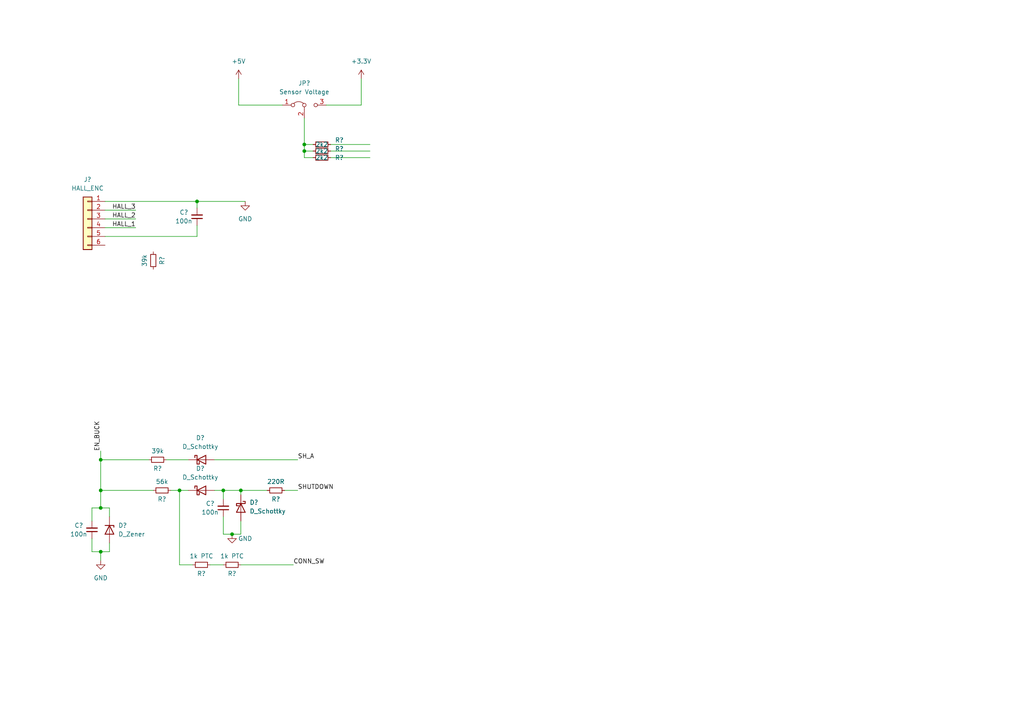
<source format=kicad_sch>
(kicad_sch (version 20211123) (generator eeschema)

  (uuid dd38ec4f-50ac-4e5a-9436-c94e23afec43)

  (paper "A4")

  (title_block
    (title "SBS_V1.0")
    (date "2022-08-02")
    (rev "1A")
  )

  (lib_symbols
    (symbol "Connector_Generic:Conn_01x06" (pin_names (offset 1.016) hide) (in_bom yes) (on_board yes)
      (property "Reference" "J" (id 0) (at 0 7.62 0)
        (effects (font (size 1.27 1.27)))
      )
      (property "Value" "Conn_01x06" (id 1) (at 0 -10.16 0)
        (effects (font (size 1.27 1.27)))
      )
      (property "Footprint" "" (id 2) (at 0 0 0)
        (effects (font (size 1.27 1.27)) hide)
      )
      (property "Datasheet" "~" (id 3) (at 0 0 0)
        (effects (font (size 1.27 1.27)) hide)
      )
      (property "ki_keywords" "connector" (id 4) (at 0 0 0)
        (effects (font (size 1.27 1.27)) hide)
      )
      (property "ki_description" "Generic connector, single row, 01x06, script generated (kicad-library-utils/schlib/autogen/connector/)" (id 5) (at 0 0 0)
        (effects (font (size 1.27 1.27)) hide)
      )
      (property "ki_fp_filters" "Connector*:*_1x??_*" (id 6) (at 0 0 0)
        (effects (font (size 1.27 1.27)) hide)
      )
      (symbol "Conn_01x06_1_1"
        (rectangle (start -1.27 -7.493) (end 0 -7.747)
          (stroke (width 0.1524) (type default) (color 0 0 0 0))
          (fill (type none))
        )
        (rectangle (start -1.27 -4.953) (end 0 -5.207)
          (stroke (width 0.1524) (type default) (color 0 0 0 0))
          (fill (type none))
        )
        (rectangle (start -1.27 -2.413) (end 0 -2.667)
          (stroke (width 0.1524) (type default) (color 0 0 0 0))
          (fill (type none))
        )
        (rectangle (start -1.27 0.127) (end 0 -0.127)
          (stroke (width 0.1524) (type default) (color 0 0 0 0))
          (fill (type none))
        )
        (rectangle (start -1.27 2.667) (end 0 2.413)
          (stroke (width 0.1524) (type default) (color 0 0 0 0))
          (fill (type none))
        )
        (rectangle (start -1.27 5.207) (end 0 4.953)
          (stroke (width 0.1524) (type default) (color 0 0 0 0))
          (fill (type none))
        )
        (rectangle (start -1.27 6.35) (end 1.27 -8.89)
          (stroke (width 0.254) (type default) (color 0 0 0 0))
          (fill (type background))
        )
        (pin passive line (at -5.08 5.08 0) (length 3.81)
          (name "Pin_1" (effects (font (size 1.27 1.27))))
          (number "1" (effects (font (size 1.27 1.27))))
        )
        (pin passive line (at -5.08 2.54 0) (length 3.81)
          (name "Pin_2" (effects (font (size 1.27 1.27))))
          (number "2" (effects (font (size 1.27 1.27))))
        )
        (pin passive line (at -5.08 0 0) (length 3.81)
          (name "Pin_3" (effects (font (size 1.27 1.27))))
          (number "3" (effects (font (size 1.27 1.27))))
        )
        (pin passive line (at -5.08 -2.54 0) (length 3.81)
          (name "Pin_4" (effects (font (size 1.27 1.27))))
          (number "4" (effects (font (size 1.27 1.27))))
        )
        (pin passive line (at -5.08 -5.08 0) (length 3.81)
          (name "Pin_5" (effects (font (size 1.27 1.27))))
          (number "5" (effects (font (size 1.27 1.27))))
        )
        (pin passive line (at -5.08 -7.62 0) (length 3.81)
          (name "Pin_6" (effects (font (size 1.27 1.27))))
          (number "6" (effects (font (size 1.27 1.27))))
        )
      )
    )
    (symbol "Device:C_Small" (pin_numbers hide) (pin_names (offset 0.254) hide) (in_bom yes) (on_board yes)
      (property "Reference" "C" (id 0) (at 0.254 1.778 0)
        (effects (font (size 1.27 1.27)) (justify left))
      )
      (property "Value" "C_Small" (id 1) (at 0.254 -2.032 0)
        (effects (font (size 1.27 1.27)) (justify left))
      )
      (property "Footprint" "" (id 2) (at 0 0 0)
        (effects (font (size 1.27 1.27)) hide)
      )
      (property "Datasheet" "~" (id 3) (at 0 0 0)
        (effects (font (size 1.27 1.27)) hide)
      )
      (property "ki_keywords" "capacitor cap" (id 4) (at 0 0 0)
        (effects (font (size 1.27 1.27)) hide)
      )
      (property "ki_description" "Unpolarized capacitor, small symbol" (id 5) (at 0 0 0)
        (effects (font (size 1.27 1.27)) hide)
      )
      (property "ki_fp_filters" "C_*" (id 6) (at 0 0 0)
        (effects (font (size 1.27 1.27)) hide)
      )
      (symbol "C_Small_0_1"
        (polyline
          (pts
            (xy -1.524 -0.508)
            (xy 1.524 -0.508)
          )
          (stroke (width 0.3302) (type default) (color 0 0 0 0))
          (fill (type none))
        )
        (polyline
          (pts
            (xy -1.524 0.508)
            (xy 1.524 0.508)
          )
          (stroke (width 0.3048) (type default) (color 0 0 0 0))
          (fill (type none))
        )
      )
      (symbol "C_Small_1_1"
        (pin passive line (at 0 2.54 270) (length 2.032)
          (name "~" (effects (font (size 1.27 1.27))))
          (number "1" (effects (font (size 1.27 1.27))))
        )
        (pin passive line (at 0 -2.54 90) (length 2.032)
          (name "~" (effects (font (size 1.27 1.27))))
          (number "2" (effects (font (size 1.27 1.27))))
        )
      )
    )
    (symbol "Device:D_Schottky" (pin_numbers hide) (pin_names (offset 1.016) hide) (in_bom yes) (on_board yes)
      (property "Reference" "D" (id 0) (at 0 2.54 0)
        (effects (font (size 1.27 1.27)))
      )
      (property "Value" "D_Schottky" (id 1) (at 0 -2.54 0)
        (effects (font (size 1.27 1.27)))
      )
      (property "Footprint" "" (id 2) (at 0 0 0)
        (effects (font (size 1.27 1.27)) hide)
      )
      (property "Datasheet" "~" (id 3) (at 0 0 0)
        (effects (font (size 1.27 1.27)) hide)
      )
      (property "ki_keywords" "diode Schottky" (id 4) (at 0 0 0)
        (effects (font (size 1.27 1.27)) hide)
      )
      (property "ki_description" "Schottky diode" (id 5) (at 0 0 0)
        (effects (font (size 1.27 1.27)) hide)
      )
      (property "ki_fp_filters" "TO-???* *_Diode_* *SingleDiode* D_*" (id 6) (at 0 0 0)
        (effects (font (size 1.27 1.27)) hide)
      )
      (symbol "D_Schottky_0_1"
        (polyline
          (pts
            (xy 1.27 0)
            (xy -1.27 0)
          )
          (stroke (width 0) (type default) (color 0 0 0 0))
          (fill (type none))
        )
        (polyline
          (pts
            (xy 1.27 1.27)
            (xy 1.27 -1.27)
            (xy -1.27 0)
            (xy 1.27 1.27)
          )
          (stroke (width 0.254) (type default) (color 0 0 0 0))
          (fill (type none))
        )
        (polyline
          (pts
            (xy -1.905 0.635)
            (xy -1.905 1.27)
            (xy -1.27 1.27)
            (xy -1.27 -1.27)
            (xy -0.635 -1.27)
            (xy -0.635 -0.635)
          )
          (stroke (width 0.254) (type default) (color 0 0 0 0))
          (fill (type none))
        )
      )
      (symbol "D_Schottky_1_1"
        (pin passive line (at -3.81 0 0) (length 2.54)
          (name "K" (effects (font (size 1.27 1.27))))
          (number "1" (effects (font (size 1.27 1.27))))
        )
        (pin passive line (at 3.81 0 180) (length 2.54)
          (name "A" (effects (font (size 1.27 1.27))))
          (number "2" (effects (font (size 1.27 1.27))))
        )
      )
    )
    (symbol "Device:D_Zener" (pin_numbers hide) (pin_names (offset 1.016) hide) (in_bom yes) (on_board yes)
      (property "Reference" "D" (id 0) (at 0 2.54 0)
        (effects (font (size 1.27 1.27)))
      )
      (property "Value" "D_Zener" (id 1) (at 0 -2.54 0)
        (effects (font (size 1.27 1.27)))
      )
      (property "Footprint" "" (id 2) (at 0 0 0)
        (effects (font (size 1.27 1.27)) hide)
      )
      (property "Datasheet" "~" (id 3) (at 0 0 0)
        (effects (font (size 1.27 1.27)) hide)
      )
      (property "ki_keywords" "diode" (id 4) (at 0 0 0)
        (effects (font (size 1.27 1.27)) hide)
      )
      (property "ki_description" "Zener diode" (id 5) (at 0 0 0)
        (effects (font (size 1.27 1.27)) hide)
      )
      (property "ki_fp_filters" "TO-???* *_Diode_* *SingleDiode* D_*" (id 6) (at 0 0 0)
        (effects (font (size 1.27 1.27)) hide)
      )
      (symbol "D_Zener_0_1"
        (polyline
          (pts
            (xy 1.27 0)
            (xy -1.27 0)
          )
          (stroke (width 0) (type default) (color 0 0 0 0))
          (fill (type none))
        )
        (polyline
          (pts
            (xy -1.27 -1.27)
            (xy -1.27 1.27)
            (xy -0.762 1.27)
          )
          (stroke (width 0.254) (type default) (color 0 0 0 0))
          (fill (type none))
        )
        (polyline
          (pts
            (xy 1.27 -1.27)
            (xy 1.27 1.27)
            (xy -1.27 0)
            (xy 1.27 -1.27)
          )
          (stroke (width 0.254) (type default) (color 0 0 0 0))
          (fill (type none))
        )
      )
      (symbol "D_Zener_1_1"
        (pin passive line (at -3.81 0 0) (length 2.54)
          (name "K" (effects (font (size 1.27 1.27))))
          (number "1" (effects (font (size 1.27 1.27))))
        )
        (pin passive line (at 3.81 0 180) (length 2.54)
          (name "A" (effects (font (size 1.27 1.27))))
          (number "2" (effects (font (size 1.27 1.27))))
        )
      )
    )
    (symbol "Device:R_Small" (pin_numbers hide) (pin_names (offset 0.254) hide) (in_bom yes) (on_board yes)
      (property "Reference" "R" (id 0) (at 0.762 0.508 0)
        (effects (font (size 1.27 1.27)) (justify left))
      )
      (property "Value" "R_Small" (id 1) (at 0.762 -1.016 0)
        (effects (font (size 1.27 1.27)) (justify left))
      )
      (property "Footprint" "" (id 2) (at 0 0 0)
        (effects (font (size 1.27 1.27)) hide)
      )
      (property "Datasheet" "~" (id 3) (at 0 0 0)
        (effects (font (size 1.27 1.27)) hide)
      )
      (property "ki_keywords" "R resistor" (id 4) (at 0 0 0)
        (effects (font (size 1.27 1.27)) hide)
      )
      (property "ki_description" "Resistor, small symbol" (id 5) (at 0 0 0)
        (effects (font (size 1.27 1.27)) hide)
      )
      (property "ki_fp_filters" "R_*" (id 6) (at 0 0 0)
        (effects (font (size 1.27 1.27)) hide)
      )
      (symbol "R_Small_0_1"
        (rectangle (start -0.762 1.778) (end 0.762 -1.778)
          (stroke (width 0.2032) (type default) (color 0 0 0 0))
          (fill (type none))
        )
      )
      (symbol "R_Small_1_1"
        (pin passive line (at 0 2.54 270) (length 0.762)
          (name "~" (effects (font (size 1.27 1.27))))
          (number "1" (effects (font (size 1.27 1.27))))
        )
        (pin passive line (at 0 -2.54 90) (length 0.762)
          (name "~" (effects (font (size 1.27 1.27))))
          (number "2" (effects (font (size 1.27 1.27))))
        )
      )
    )
    (symbol "Jumper:Jumper_3_Bridged12" (pin_names (offset 0) hide) (in_bom yes) (on_board yes)
      (property "Reference" "JP" (id 0) (at -2.54 -2.54 0)
        (effects (font (size 1.27 1.27)))
      )
      (property "Value" "Jumper_3_Bridged12" (id 1) (at 0 2.794 0)
        (effects (font (size 1.27 1.27)))
      )
      (property "Footprint" "" (id 2) (at 0 0 0)
        (effects (font (size 1.27 1.27)) hide)
      )
      (property "Datasheet" "~" (id 3) (at 0 0 0)
        (effects (font (size 1.27 1.27)) hide)
      )
      (property "ki_keywords" "Jumper SPDT" (id 4) (at 0 0 0)
        (effects (font (size 1.27 1.27)) hide)
      )
      (property "ki_description" "Jumper, 3-pole, pins 1+2 closed/bridged" (id 5) (at 0 0 0)
        (effects (font (size 1.27 1.27)) hide)
      )
      (property "ki_fp_filters" "Jumper* TestPoint*3Pads* TestPoint*Bridge*" (id 6) (at 0 0 0)
        (effects (font (size 1.27 1.27)) hide)
      )
      (symbol "Jumper_3_Bridged12_0_0"
        (circle (center -3.302 0) (radius 0.508)
          (stroke (width 0) (type default) (color 0 0 0 0))
          (fill (type none))
        )
        (circle (center 0 0) (radius 0.508)
          (stroke (width 0) (type default) (color 0 0 0 0))
          (fill (type none))
        )
        (circle (center 3.302 0) (radius 0.508)
          (stroke (width 0) (type default) (color 0 0 0 0))
          (fill (type none))
        )
      )
      (symbol "Jumper_3_Bridged12_0_1"
        (arc (start -0.254 0.508) (mid -1.651 0.9912) (end -3.048 0.508)
          (stroke (width 0) (type default) (color 0 0 0 0))
          (fill (type none))
        )
        (polyline
          (pts
            (xy 0 -1.27)
            (xy 0 -0.508)
          )
          (stroke (width 0) (type default) (color 0 0 0 0))
          (fill (type none))
        )
      )
      (symbol "Jumper_3_Bridged12_1_1"
        (pin passive line (at -6.35 0 0) (length 2.54)
          (name "A" (effects (font (size 1.27 1.27))))
          (number "1" (effects (font (size 1.27 1.27))))
        )
        (pin passive line (at 0 -3.81 90) (length 2.54)
          (name "C" (effects (font (size 1.27 1.27))))
          (number "2" (effects (font (size 1.27 1.27))))
        )
        (pin passive line (at 6.35 0 180) (length 2.54)
          (name "B" (effects (font (size 1.27 1.27))))
          (number "3" (effects (font (size 1.27 1.27))))
        )
      )
    )
    (symbol "power:+3.3V" (power) (pin_names (offset 0)) (in_bom yes) (on_board yes)
      (property "Reference" "#PWR" (id 0) (at 0 -3.81 0)
        (effects (font (size 1.27 1.27)) hide)
      )
      (property "Value" "+3.3V" (id 1) (at 0 3.556 0)
        (effects (font (size 1.27 1.27)))
      )
      (property "Footprint" "" (id 2) (at 0 0 0)
        (effects (font (size 1.27 1.27)) hide)
      )
      (property "Datasheet" "" (id 3) (at 0 0 0)
        (effects (font (size 1.27 1.27)) hide)
      )
      (property "ki_keywords" "power-flag" (id 4) (at 0 0 0)
        (effects (font (size 1.27 1.27)) hide)
      )
      (property "ki_description" "Power symbol creates a global label with name \"+3.3V\"" (id 5) (at 0 0 0)
        (effects (font (size 1.27 1.27)) hide)
      )
      (symbol "+3.3V_0_1"
        (polyline
          (pts
            (xy -0.762 1.27)
            (xy 0 2.54)
          )
          (stroke (width 0) (type default) (color 0 0 0 0))
          (fill (type none))
        )
        (polyline
          (pts
            (xy 0 0)
            (xy 0 2.54)
          )
          (stroke (width 0) (type default) (color 0 0 0 0))
          (fill (type none))
        )
        (polyline
          (pts
            (xy 0 2.54)
            (xy 0.762 1.27)
          )
          (stroke (width 0) (type default) (color 0 0 0 0))
          (fill (type none))
        )
      )
      (symbol "+3.3V_1_1"
        (pin power_in line (at 0 0 90) (length 0) hide
          (name "+3.3V" (effects (font (size 1.27 1.27))))
          (number "1" (effects (font (size 1.27 1.27))))
        )
      )
    )
    (symbol "power:+5V" (power) (pin_names (offset 0)) (in_bom yes) (on_board yes)
      (property "Reference" "#PWR" (id 0) (at 0 -3.81 0)
        (effects (font (size 1.27 1.27)) hide)
      )
      (property "Value" "+5V" (id 1) (at 0 3.556 0)
        (effects (font (size 1.27 1.27)))
      )
      (property "Footprint" "" (id 2) (at 0 0 0)
        (effects (font (size 1.27 1.27)) hide)
      )
      (property "Datasheet" "" (id 3) (at 0 0 0)
        (effects (font (size 1.27 1.27)) hide)
      )
      (property "ki_keywords" "power-flag" (id 4) (at 0 0 0)
        (effects (font (size 1.27 1.27)) hide)
      )
      (property "ki_description" "Power symbol creates a global label with name \"+5V\"" (id 5) (at 0 0 0)
        (effects (font (size 1.27 1.27)) hide)
      )
      (symbol "+5V_0_1"
        (polyline
          (pts
            (xy -0.762 1.27)
            (xy 0 2.54)
          )
          (stroke (width 0) (type default) (color 0 0 0 0))
          (fill (type none))
        )
        (polyline
          (pts
            (xy 0 0)
            (xy 0 2.54)
          )
          (stroke (width 0) (type default) (color 0 0 0 0))
          (fill (type none))
        )
        (polyline
          (pts
            (xy 0 2.54)
            (xy 0.762 1.27)
          )
          (stroke (width 0) (type default) (color 0 0 0 0))
          (fill (type none))
        )
      )
      (symbol "+5V_1_1"
        (pin power_in line (at 0 0 90) (length 0) hide
          (name "+5V" (effects (font (size 1.27 1.27))))
          (number "1" (effects (font (size 1.27 1.27))))
        )
      )
    )
    (symbol "power:GND" (power) (pin_names (offset 0)) (in_bom yes) (on_board yes)
      (property "Reference" "#PWR" (id 0) (at 0 -6.35 0)
        (effects (font (size 1.27 1.27)) hide)
      )
      (property "Value" "GND" (id 1) (at 0 -3.81 0)
        (effects (font (size 1.27 1.27)))
      )
      (property "Footprint" "" (id 2) (at 0 0 0)
        (effects (font (size 1.27 1.27)) hide)
      )
      (property "Datasheet" "" (id 3) (at 0 0 0)
        (effects (font (size 1.27 1.27)) hide)
      )
      (property "ki_keywords" "power-flag" (id 4) (at 0 0 0)
        (effects (font (size 1.27 1.27)) hide)
      )
      (property "ki_description" "Power symbol creates a global label with name \"GND\" , ground" (id 5) (at 0 0 0)
        (effects (font (size 1.27 1.27)) hide)
      )
      (symbol "GND_0_1"
        (polyline
          (pts
            (xy 0 0)
            (xy 0 -1.27)
            (xy 1.27 -1.27)
            (xy 0 -2.54)
            (xy -1.27 -1.27)
            (xy 0 -1.27)
          )
          (stroke (width 0) (type default) (color 0 0 0 0))
          (fill (type none))
        )
      )
      (symbol "GND_1_1"
        (pin power_in line (at 0 0 270) (length 0) hide
          (name "GND" (effects (font (size 1.27 1.27))))
          (number "1" (effects (font (size 1.27 1.27))))
        )
      )
    )
  )

  (junction (at 67.31 154.94) (diameter 0) (color 0 0 0 0)
    (uuid 0e80a506-7258-4c20-a63a-30f248a22a8b)
  )
  (junction (at 88.265 41.91) (diameter 0) (color 0 0 0 0)
    (uuid 1fbd3938-a6a1-45a5-b4ca-485f2d12f137)
  )
  (junction (at 29.21 160.02) (diameter 0) (color 0 0 0 0)
    (uuid 519ea2e6-cb9e-4287-9759-bf6b6333c028)
  )
  (junction (at 52.07 142.24) (diameter 0) (color 0 0 0 0)
    (uuid 9ce50f55-9f52-4fc9-b708-9bdda9708d0c)
  )
  (junction (at 88.265 43.815) (diameter 0) (color 0 0 0 0)
    (uuid ab961a03-040a-40aa-8de0-2698383733b4)
  )
  (junction (at 69.85 142.24) (diameter 0) (color 0 0 0 0)
    (uuid acbfc896-e328-4eb2-948a-00e4b6c42f8a)
  )
  (junction (at 64.77 142.24) (diameter 0) (color 0 0 0 0)
    (uuid b43e34e3-72a0-4ebd-b40a-9bc487b919f6)
  )
  (junction (at 57.15 58.42) (diameter 0) (color 0 0 0 0)
    (uuid c72d0101-4cb0-491a-9e24-5eb967c64fa5)
  )
  (junction (at 29.21 142.24) (diameter 0) (color 0 0 0 0)
    (uuid d35ffe67-257c-45a0-919b-3ac6ccea5e4a)
  )
  (junction (at 29.21 147.32) (diameter 0) (color 0 0 0 0)
    (uuid e189921c-ae18-4cc5-bd43-5b57d2a0436f)
  )
  (junction (at 29.21 133.35) (diameter 0) (color 0 0 0 0)
    (uuid f8fa3f25-f588-4b69-b8bc-3b2076674b2e)
  )

  (wire (pts (xy 67.31 154.94) (xy 69.85 154.94))
    (stroke (width 0) (type default) (color 0 0 0 0))
    (uuid 00fc1b8c-91d4-4b95-860b-e5e8a6a6f27f)
  )
  (wire (pts (xy 62.23 142.24) (xy 64.77 142.24))
    (stroke (width 0) (type default) (color 0 0 0 0))
    (uuid 0a80bd8e-9e7f-45ed-9e15-95b067719dbf)
  )
  (wire (pts (xy 26.67 160.02) (xy 29.21 160.02))
    (stroke (width 0) (type default) (color 0 0 0 0))
    (uuid 12310f60-4b62-4021-b1bf-1d7e86c18bdb)
  )
  (wire (pts (xy 30.48 66.04) (xy 39.37 66.04))
    (stroke (width 0) (type default) (color 0 0 0 0))
    (uuid 1c23f20f-0356-4dfc-b556-d8766508b42f)
  )
  (wire (pts (xy 62.23 133.35) (xy 86.36 133.35))
    (stroke (width 0) (type default) (color 0 0 0 0))
    (uuid 28c7b401-4dd3-4138-a2ea-0b3383ce3fc8)
  )
  (wire (pts (xy 31.75 147.32) (xy 31.75 149.86))
    (stroke (width 0) (type default) (color 0 0 0 0))
    (uuid 29db0f4b-0683-4c30-94d8-4bad83143a61)
  )
  (wire (pts (xy 57.15 60.325) (xy 57.15 58.42))
    (stroke (width 0) (type default) (color 0 0 0 0))
    (uuid 2b8a92d7-c9b2-42e5-ab83-ffa0aee9dc5f)
  )
  (wire (pts (xy 29.21 142.24) (xy 44.45 142.24))
    (stroke (width 0) (type default) (color 0 0 0 0))
    (uuid 2c3547e5-6518-4303-a654-e2d05dc895c2)
  )
  (wire (pts (xy 31.75 157.48) (xy 31.75 160.02))
    (stroke (width 0) (type default) (color 0 0 0 0))
    (uuid 31b3bf3b-7202-4c91-9794-5b031f666fea)
  )
  (wire (pts (xy 95.885 43.815) (xy 107.315 43.815))
    (stroke (width 0) (type default) (color 0 0 0 0))
    (uuid 44ca4683-fc8f-4a03-8126-e7779ea8dc67)
  )
  (wire (pts (xy 67.31 154.94) (xy 64.77 154.94))
    (stroke (width 0) (type default) (color 0 0 0 0))
    (uuid 452699df-a11c-436d-9f1f-9cc94eb012bf)
  )
  (wire (pts (xy 104.775 22.86) (xy 104.775 30.48))
    (stroke (width 0) (type default) (color 0 0 0 0))
    (uuid 46918979-8f51-47c5-ac03-4afb361969ce)
  )
  (wire (pts (xy 52.07 163.83) (xy 55.88 163.83))
    (stroke (width 0) (type default) (color 0 0 0 0))
    (uuid 49892290-d1c3-44b9-a399-c74486209b56)
  )
  (wire (pts (xy 30.48 58.42) (xy 57.15 58.42))
    (stroke (width 0) (type default) (color 0 0 0 0))
    (uuid 4e9db788-c7f2-4fee-a148-06db30472273)
  )
  (wire (pts (xy 90.805 43.815) (xy 88.265 43.815))
    (stroke (width 0) (type default) (color 0 0 0 0))
    (uuid 57389ab0-25bf-4500-92d9-89ee34a0373e)
  )
  (wire (pts (xy 69.215 22.86) (xy 69.215 30.48))
    (stroke (width 0) (type default) (color 0 0 0 0))
    (uuid 586707ff-12b1-479c-bf75-d9ecd3f0ce49)
  )
  (wire (pts (xy 30.48 60.96) (xy 39.37 60.96))
    (stroke (width 0) (type default) (color 0 0 0 0))
    (uuid 5ce7fd2a-5e89-4276-a7d8-f74469bbf745)
  )
  (wire (pts (xy 29.21 142.24) (xy 29.21 147.32))
    (stroke (width 0) (type default) (color 0 0 0 0))
    (uuid 5e3d407b-ddb4-412b-b502-354769f084e4)
  )
  (wire (pts (xy 95.885 41.91) (xy 107.315 41.91))
    (stroke (width 0) (type default) (color 0 0 0 0))
    (uuid 5e9baee0-9d6e-44b8-9b82-1913085b0dc8)
  )
  (wire (pts (xy 88.265 34.29) (xy 88.265 41.91))
    (stroke (width 0) (type default) (color 0 0 0 0))
    (uuid 5ee187ed-3965-443e-90f5-6b6b2ea11431)
  )
  (wire (pts (xy 29.21 160.02) (xy 31.75 160.02))
    (stroke (width 0) (type default) (color 0 0 0 0))
    (uuid 6413855a-6755-4843-a3a7-d95199ecc40a)
  )
  (wire (pts (xy 26.67 151.13) (xy 26.67 147.32))
    (stroke (width 0) (type default) (color 0 0 0 0))
    (uuid 6730754b-7349-4836-b1d1-3edf9362ab37)
  )
  (wire (pts (xy 29.21 160.02) (xy 29.21 162.56))
    (stroke (width 0) (type default) (color 0 0 0 0))
    (uuid 774d111a-3e89-4264-84f8-8a9353440f0f)
  )
  (wire (pts (xy 60.96 163.83) (xy 64.77 163.83))
    (stroke (width 0) (type default) (color 0 0 0 0))
    (uuid 798add18-7772-4912-9c25-24c6c4a3eb72)
  )
  (wire (pts (xy 69.85 142.24) (xy 77.47 142.24))
    (stroke (width 0) (type default) (color 0 0 0 0))
    (uuid 7f78f1ca-a148-49c2-b2b7-76c984b0d292)
  )
  (wire (pts (xy 64.77 142.24) (xy 64.77 144.78))
    (stroke (width 0) (type default) (color 0 0 0 0))
    (uuid 89d599eb-4ced-40cb-bc65-a53bc18f8d00)
  )
  (wire (pts (xy 81.915 30.48) (xy 69.215 30.48))
    (stroke (width 0) (type default) (color 0 0 0 0))
    (uuid 8a5d3996-9020-400f-8960-3d7de39fcb20)
  )
  (wire (pts (xy 88.265 45.72) (xy 88.265 43.815))
    (stroke (width 0) (type default) (color 0 0 0 0))
    (uuid 8bc97a4f-5c37-4d60-93a3-02c8a0ccc13b)
  )
  (wire (pts (xy 71.12 58.42) (xy 57.15 58.42))
    (stroke (width 0) (type default) (color 0 0 0 0))
    (uuid 8e8acfc3-c69b-47ab-9b5f-da0e978d96d4)
  )
  (wire (pts (xy 94.615 30.48) (xy 104.775 30.48))
    (stroke (width 0) (type default) (color 0 0 0 0))
    (uuid 942b1f00-8537-4646-960a-1a981f4b9e86)
  )
  (wire (pts (xy 82.55 142.24) (xy 86.36 142.24))
    (stroke (width 0) (type default) (color 0 0 0 0))
    (uuid 9b0ca818-1a7d-4701-b0e9-7a3bfd43f7de)
  )
  (wire (pts (xy 64.77 154.94) (xy 64.77 149.86))
    (stroke (width 0) (type default) (color 0 0 0 0))
    (uuid 9d1fd80c-756b-4b4c-bca2-1080ea8bd2a0)
  )
  (wire (pts (xy 64.77 142.24) (xy 69.85 142.24))
    (stroke (width 0) (type default) (color 0 0 0 0))
    (uuid 9dcce089-0727-4135-998f-2bf447200617)
  )
  (wire (pts (xy 52.07 142.24) (xy 54.61 142.24))
    (stroke (width 0) (type default) (color 0 0 0 0))
    (uuid a02b30d4-6858-4e5a-a6a4-57c8646dee3a)
  )
  (wire (pts (xy 29.21 133.35) (xy 29.21 142.24))
    (stroke (width 0) (type default) (color 0 0 0 0))
    (uuid a21d2e3e-3e64-49f5-9a3d-76081e988946)
  )
  (wire (pts (xy 95.885 45.72) (xy 107.315 45.72))
    (stroke (width 0) (type default) (color 0 0 0 0))
    (uuid a77e348c-aa1b-4310-a24d-b8f1bd839cfd)
  )
  (wire (pts (xy 30.48 63.5) (xy 39.37 63.5))
    (stroke (width 0) (type default) (color 0 0 0 0))
    (uuid b39704df-c7b8-42f7-ab2c-b4898d7d77aa)
  )
  (wire (pts (xy 48.26 133.35) (xy 54.61 133.35))
    (stroke (width 0) (type default) (color 0 0 0 0))
    (uuid b7090f9c-d946-4ceb-84c5-1d2e192ad164)
  )
  (wire (pts (xy 26.67 147.32) (xy 29.21 147.32))
    (stroke (width 0) (type default) (color 0 0 0 0))
    (uuid c1a51b39-1f07-4b41-8d28-e89cb74fab20)
  )
  (wire (pts (xy 69.85 151.13) (xy 69.85 154.94))
    (stroke (width 0) (type default) (color 0 0 0 0))
    (uuid c9f0f0fb-4b46-4c80-9f7d-cc1586980846)
  )
  (wire (pts (xy 26.67 156.21) (xy 26.67 160.02))
    (stroke (width 0) (type default) (color 0 0 0 0))
    (uuid cc90ecf6-23eb-471c-92dd-883ecb44fe06)
  )
  (wire (pts (xy 29.21 130.81) (xy 29.21 133.35))
    (stroke (width 0) (type default) (color 0 0 0 0))
    (uuid ce3e55b3-4b95-446f-aa6d-dcd1eedee4f2)
  )
  (wire (pts (xy 88.265 43.815) (xy 88.265 41.91))
    (stroke (width 0) (type default) (color 0 0 0 0))
    (uuid ddf1cac5-5b72-40bd-bccd-23d797620ccd)
  )
  (wire (pts (xy 52.07 142.24) (xy 52.07 163.83))
    (stroke (width 0) (type default) (color 0 0 0 0))
    (uuid ddf1de51-9c97-47b7-868d-dba7cdf0a9b1)
  )
  (wire (pts (xy 88.265 41.91) (xy 90.805 41.91))
    (stroke (width 0) (type default) (color 0 0 0 0))
    (uuid ef780b63-0c01-4f8c-bf16-3c725a7bb16f)
  )
  (wire (pts (xy 30.48 68.58) (xy 57.15 68.58))
    (stroke (width 0) (type default) (color 0 0 0 0))
    (uuid efcda4a2-9385-4a0b-b747-15cc61d2b789)
  )
  (wire (pts (xy 69.85 163.83) (xy 85.09 163.83))
    (stroke (width 0) (type default) (color 0 0 0 0))
    (uuid f05fff5b-633b-48e5-bbd7-5358c59ae825)
  )
  (wire (pts (xy 57.15 68.58) (xy 57.15 65.405))
    (stroke (width 0) (type default) (color 0 0 0 0))
    (uuid f4d49ad9-0daa-4d69-9047-4ef859b6eca8)
  )
  (wire (pts (xy 90.805 45.72) (xy 88.265 45.72))
    (stroke (width 0) (type default) (color 0 0 0 0))
    (uuid f50235f3-1818-4f36-b12a-cfe50123256c)
  )
  (wire (pts (xy 29.21 133.35) (xy 43.18 133.35))
    (stroke (width 0) (type default) (color 0 0 0 0))
    (uuid f85c7306-c570-46c7-8281-8bbc4988eb95)
  )
  (wire (pts (xy 29.21 147.32) (xy 31.75 147.32))
    (stroke (width 0) (type default) (color 0 0 0 0))
    (uuid f898af4f-b624-4c50-9908-98beaa388240)
  )
  (wire (pts (xy 69.85 142.24) (xy 69.85 143.51))
    (stroke (width 0) (type default) (color 0 0 0 0))
    (uuid fca8d757-7322-4118-a2b3-3be77d871df2)
  )
  (wire (pts (xy 49.53 142.24) (xy 52.07 142.24))
    (stroke (width 0) (type default) (color 0 0 0 0))
    (uuid fcba6b04-d88c-4b03-aa30-85349ad19cfe)
  )

  (label "HALL_1" (at 39.37 66.04 180)
    (effects (font (size 1.27 1.27)) (justify right bottom))
    (uuid 1acbfe86-a876-4dd0-9138-121398e28ae1)
  )
  (label "HALL_2" (at 39.37 63.5 180)
    (effects (font (size 1.27 1.27)) (justify right bottom))
    (uuid 2fe05ccf-f0f1-4936-8672-f91f5b803da7)
  )
  (label "SH_A" (at 86.36 133.35 0)
    (effects (font (size 1.27 1.27)) (justify left bottom))
    (uuid 7068457e-c448-49f8-867a-246f3fac8ae4)
  )
  (label "SHUTDOWN" (at 86.36 142.24 0)
    (effects (font (size 1.27 1.27)) (justify left bottom))
    (uuid 74e41457-6291-425a-a46b-1bfca3c43c16)
  )
  (label "HALL_3" (at 39.37 60.96 180)
    (effects (font (size 1.27 1.27)) (justify right bottom))
    (uuid d1f03826-e396-4e65-bdde-ad693ecb071d)
  )
  (label "EN_BUCK" (at 29.21 130.81 90)
    (effects (font (size 1.27 1.27)) (justify left bottom))
    (uuid ef2a07ad-0528-4b3c-8ce5-715c9bb66513)
  )
  (label "CONN_SW" (at 85.09 163.83 0)
    (effects (font (size 1.27 1.27)) (justify left bottom))
    (uuid f3d6e389-4917-4277-94be-0c3e483ea37b)
  )

  (symbol (lib_id "Device:C_Small") (at 57.15 62.865 180) (unit 1)
    (in_bom yes) (on_board yes)
    (uuid 0023fe30-0cc9-4ff0-9444-782aab17d4ea)
    (property "Reference" "C?" (id 0) (at 52.07 61.595 0)
      (effects (font (size 1.27 1.27)) (justify right))
    )
    (property "Value" "100n" (id 1) (at 50.8 64.135 0)
      (effects (font (size 1.27 1.27)) (justify right))
    )
    (property "Footprint" "Capacitor_SMD:C_0603_1608Metric_Pad1.08x0.95mm_HandSolder" (id 2) (at 57.15 62.865 0)
      (effects (font (size 1.27 1.27)) hide)
    )
    (property "Datasheet" "~" (id 3) (at 57.15 62.865 0)
      (effects (font (size 1.27 1.27)) hide)
    )
    (pin "1" (uuid 7cb7c2da-1b3c-44df-ad6b-1d9d1a601009))
    (pin "2" (uuid f4eb8a47-a5a9-4cfd-8aab-55a6d8b0018c))
  )

  (symbol (lib_id "power:GND") (at 67.31 154.94 0) (unit 1)
    (in_bom yes) (on_board yes)
    (uuid 05ad1a06-599a-4bb1-bd0e-3853678a8cdd)
    (property "Reference" "#PWR?" (id 0) (at 67.31 161.29 0)
      (effects (font (size 1.27 1.27)) hide)
    )
    (property "Value" "GND" (id 1) (at 71.12 156.21 0))
    (property "Footprint" "" (id 2) (at 67.31 154.94 0)
      (effects (font (size 1.27 1.27)) hide)
    )
    (property "Datasheet" "" (id 3) (at 67.31 154.94 0)
      (effects (font (size 1.27 1.27)) hide)
    )
    (pin "1" (uuid 8896885c-9b44-449b-8fb3-4837b23c4002))
  )

  (symbol (lib_id "Device:R_Small") (at 46.99 142.24 90) (unit 1)
    (in_bom yes) (on_board yes)
    (uuid 167c5e9d-65ee-4b98-83aa-5f1ae69b0745)
    (property "Reference" "R?" (id 0) (at 46.99 144.78 90))
    (property "Value" "56k" (id 1) (at 46.99 139.7 90))
    (property "Footprint" "Resistor_SMD:R_0603_1608Metric_Pad0.98x0.95mm_HandSolder" (id 2) (at 46.99 142.24 0)
      (effects (font (size 1.27 1.27)) hide)
    )
    (property "Datasheet" "~" (id 3) (at 46.99 142.24 0)
      (effects (font (size 1.27 1.27)) hide)
    )
    (pin "1" (uuid d11b1a26-0820-41df-aa99-5e1b173a6c5c))
    (pin "2" (uuid efba8531-9318-4ad8-890b-742fca57b30e))
  )

  (symbol (lib_id "Connector_Generic:Conn_01x06") (at 25.4 63.5 0) (mirror y) (unit 1)
    (in_bom yes) (on_board yes) (fields_autoplaced)
    (uuid 1f25b647-d4a6-4edc-b12f-b20d6ceaa2d7)
    (property "Reference" "J?" (id 0) (at 25.4 52.07 0))
    (property "Value" "HALL_ENC" (id 1) (at 25.4 54.61 0))
    (property "Footprint" "" (id 2) (at 25.4 63.5 0)
      (effects (font (size 1.27 1.27)) hide)
    )
    (property "Datasheet" "~" (id 3) (at 25.4 63.5 0)
      (effects (font (size 1.27 1.27)) hide)
    )
    (pin "1" (uuid 0780a939-aa9f-4a0b-bbd0-f83fb303b242))
    (pin "2" (uuid b1ce366f-597e-4cc2-b15c-840cb03cacc2))
    (pin "3" (uuid 00efd894-da09-4550-a861-7f5542afff0c))
    (pin "4" (uuid 3460bfd9-303f-44a8-af74-cb5aecbf3d01))
    (pin "5" (uuid e8bd14e4-2a70-4227-9ec0-dfada21c07ff))
    (pin "6" (uuid b10d75f9-d6a0-42ff-9b93-87997f65dbdd))
  )

  (symbol (lib_id "Device:D_Schottky") (at 58.42 133.35 0) (unit 1)
    (in_bom yes) (on_board yes) (fields_autoplaced)
    (uuid 2c1f44d5-e4c2-4ec4-9a6f-c380eb625889)
    (property "Reference" "D?" (id 0) (at 58.1025 127 0))
    (property "Value" "D_Schottky" (id 1) (at 58.1025 129.54 0))
    (property "Footprint" "" (id 2) (at 58.42 133.35 0)
      (effects (font (size 1.27 1.27)) hide)
    )
    (property "Datasheet" "~" (id 3) (at 58.42 133.35 0)
      (effects (font (size 1.27 1.27)) hide)
    )
    (pin "1" (uuid b2762cbe-8485-45d9-ae89-745d35eda5f9))
    (pin "2" (uuid dd71edb4-3371-40bd-b74c-da6c4edf4a5a))
  )

  (symbol (lib_id "Device:R_Small") (at 93.345 41.91 90) (unit 1)
    (in_bom yes) (on_board yes)
    (uuid 302c9890-6a84-4863-89e2-970ae5c1cdff)
    (property "Reference" "R?" (id 0) (at 98.425 40.64 90))
    (property "Value" "2k2" (id 1) (at 93.345 41.91 90))
    (property "Footprint" "Resistor_SMD:R_0603_1608Metric_Pad0.98x0.95mm_HandSolder" (id 2) (at 93.345 41.91 0)
      (effects (font (size 1.27 1.27)) hide)
    )
    (property "Datasheet" "~" (id 3) (at 93.345 41.91 0)
      (effects (font (size 1.27 1.27)) hide)
    )
    (pin "1" (uuid 54b24b18-ba95-434c-bbc1-dbdd07d508b3))
    (pin "2" (uuid b47dd4ba-6389-4d52-9c52-d6f139b3df59))
  )

  (symbol (lib_id "Device:R_Small") (at 93.345 43.815 90) (unit 1)
    (in_bom yes) (on_board yes)
    (uuid 4051a61d-babc-4fa1-8d5f-7d8372b04f42)
    (property "Reference" "R?" (id 0) (at 98.425 43.18 90))
    (property "Value" "2k2" (id 1) (at 93.345 43.815 90))
    (property "Footprint" "Resistor_SMD:R_0603_1608Metric_Pad0.98x0.95mm_HandSolder" (id 2) (at 93.345 43.815 0)
      (effects (font (size 1.27 1.27)) hide)
    )
    (property "Datasheet" "~" (id 3) (at 93.345 43.815 0)
      (effects (font (size 1.27 1.27)) hide)
    )
    (pin "1" (uuid ddca5d40-96c0-48b7-8f6a-0d9e41f4fa20))
    (pin "2" (uuid 21e15dc7-4a96-485d-853a-9cbc0dc18ad7))
  )

  (symbol (lib_id "Device:D_Schottky") (at 58.42 142.24 0) (unit 1)
    (in_bom yes) (on_board yes) (fields_autoplaced)
    (uuid 4926d0bd-70c1-450c-a2e2-0181c4084c6a)
    (property "Reference" "D?" (id 0) (at 58.1025 135.89 0))
    (property "Value" "D_Schottky" (id 1) (at 58.1025 138.43 0))
    (property "Footprint" "" (id 2) (at 58.42 142.24 0)
      (effects (font (size 1.27 1.27)) hide)
    )
    (property "Datasheet" "~" (id 3) (at 58.42 142.24 0)
      (effects (font (size 1.27 1.27)) hide)
    )
    (pin "1" (uuid b9dee06b-d05f-474c-8360-1b12c7a88548))
    (pin "2" (uuid fd096de6-b0a9-4235-8dd9-98c7865e0887))
  )

  (symbol (lib_id "Device:C_Small") (at 64.77 147.32 180) (unit 1)
    (in_bom yes) (on_board yes)
    (uuid 5a4f7fd5-392f-4d50-b788-aaadff815f30)
    (property "Reference" "C?" (id 0) (at 59.69 146.05 0)
      (effects (font (size 1.27 1.27)) (justify right))
    )
    (property "Value" "100n" (id 1) (at 58.42 148.59 0)
      (effects (font (size 1.27 1.27)) (justify right))
    )
    (property "Footprint" "Capacitor_SMD:C_0603_1608Metric_Pad1.08x0.95mm_HandSolder" (id 2) (at 64.77 147.32 0)
      (effects (font (size 1.27 1.27)) hide)
    )
    (property "Datasheet" "~" (id 3) (at 64.77 147.32 0)
      (effects (font (size 1.27 1.27)) hide)
    )
    (pin "1" (uuid b11a82b8-da8e-465d-9dad-13a0b5091f2c))
    (pin "2" (uuid 41573fb2-9425-4465-915b-4f38db7541f4))
  )

  (symbol (lib_id "power:+5V") (at 69.215 22.86 0) (unit 1)
    (in_bom yes) (on_board yes) (fields_autoplaced)
    (uuid 6c63751a-15ce-472b-9a83-8b700faf9f4e)
    (property "Reference" "#PWR?" (id 0) (at 69.215 26.67 0)
      (effects (font (size 1.27 1.27)) hide)
    )
    (property "Value" "+5V" (id 1) (at 69.215 17.78 0))
    (property "Footprint" "" (id 2) (at 69.215 22.86 0)
      (effects (font (size 1.27 1.27)) hide)
    )
    (property "Datasheet" "" (id 3) (at 69.215 22.86 0)
      (effects (font (size 1.27 1.27)) hide)
    )
    (pin "1" (uuid 12875a73-138f-4460-b465-96b12ba2c23e))
  )

  (symbol (lib_id "Device:C_Small") (at 26.67 153.67 180) (unit 1)
    (in_bom yes) (on_board yes)
    (uuid 6db910ea-b5c2-456f-8fa7-014b69367fd9)
    (property "Reference" "C?" (id 0) (at 21.59 152.4 0)
      (effects (font (size 1.27 1.27)) (justify right))
    )
    (property "Value" "100n" (id 1) (at 20.32 154.94 0)
      (effects (font (size 1.27 1.27)) (justify right))
    )
    (property "Footprint" "Capacitor_SMD:C_0603_1608Metric_Pad1.08x0.95mm_HandSolder" (id 2) (at 26.67 153.67 0)
      (effects (font (size 1.27 1.27)) hide)
    )
    (property "Datasheet" "~" (id 3) (at 26.67 153.67 0)
      (effects (font (size 1.27 1.27)) hide)
    )
    (pin "1" (uuid 2a164133-e7f8-46c2-b508-24f681817ba3))
    (pin "2" (uuid 3ced47d9-59cc-4c15-a7f2-0f7ea02b69cb))
  )

  (symbol (lib_id "Device:R_Small") (at 45.72 133.35 90) (unit 1)
    (in_bom yes) (on_board yes)
    (uuid 7e4a3ac5-9d86-4678-ae9a-cddf30c87bc2)
    (property "Reference" "R?" (id 0) (at 45.72 135.89 90))
    (property "Value" "39k" (id 1) (at 45.72 130.81 90))
    (property "Footprint" "Resistor_SMD:R_0603_1608Metric_Pad0.98x0.95mm_HandSolder" (id 2) (at 45.72 133.35 0)
      (effects (font (size 1.27 1.27)) hide)
    )
    (property "Datasheet" "~" (id 3) (at 45.72 133.35 0)
      (effects (font (size 1.27 1.27)) hide)
    )
    (pin "1" (uuid 1d5ed913-0d33-406f-be24-33ff9eb4d6ff))
    (pin "2" (uuid 1fb75d4b-cade-4273-a0b1-0c49b8b3aa93))
  )

  (symbol (lib_id "power:GND") (at 29.21 162.56 0) (unit 1)
    (in_bom yes) (on_board yes) (fields_autoplaced)
    (uuid 8705e4c7-1413-4a5c-ba24-1e3738370585)
    (property "Reference" "#PWR?" (id 0) (at 29.21 168.91 0)
      (effects (font (size 1.27 1.27)) hide)
    )
    (property "Value" "GND" (id 1) (at 29.21 167.64 0))
    (property "Footprint" "" (id 2) (at 29.21 162.56 0)
      (effects (font (size 1.27 1.27)) hide)
    )
    (property "Datasheet" "" (id 3) (at 29.21 162.56 0)
      (effects (font (size 1.27 1.27)) hide)
    )
    (pin "1" (uuid ba350a0f-deea-4086-ab94-08060a2738bd))
  )

  (symbol (lib_id "Device:R_Small") (at 93.345 45.72 90) (unit 1)
    (in_bom yes) (on_board yes)
    (uuid 91d651d3-2ee9-46f9-984d-d0edbc0e6b52)
    (property "Reference" "R?" (id 0) (at 98.425 45.72 90))
    (property "Value" "2k2" (id 1) (at 93.345 45.72 90))
    (property "Footprint" "Resistor_SMD:R_0603_1608Metric_Pad0.98x0.95mm_HandSolder" (id 2) (at 93.345 45.72 0)
      (effects (font (size 1.27 1.27)) hide)
    )
    (property "Datasheet" "~" (id 3) (at 93.345 45.72 0)
      (effects (font (size 1.27 1.27)) hide)
    )
    (pin "1" (uuid ff32c094-e9d2-4f4d-86f2-886c9973dd50))
    (pin "2" (uuid e6797929-ed87-4f97-b869-01c3e4769af4))
  )

  (symbol (lib_id "power:GND") (at 71.12 58.42 0) (unit 1)
    (in_bom yes) (on_board yes) (fields_autoplaced)
    (uuid 948070b3-cdc4-400f-ad19-5168515728c2)
    (property "Reference" "#PWR?" (id 0) (at 71.12 64.77 0)
      (effects (font (size 1.27 1.27)) hide)
    )
    (property "Value" "GND" (id 1) (at 71.12 63.5 0))
    (property "Footprint" "" (id 2) (at 71.12 58.42 0)
      (effects (font (size 1.27 1.27)) hide)
    )
    (property "Datasheet" "" (id 3) (at 71.12 58.42 0)
      (effects (font (size 1.27 1.27)) hide)
    )
    (pin "1" (uuid 089c401e-0f56-4a0a-80f8-9175ccf6618d))
  )

  (symbol (lib_id "power:+3.3V") (at 104.775 22.86 0) (unit 1)
    (in_bom yes) (on_board yes) (fields_autoplaced)
    (uuid 9cff17fb-4390-4f80-8efd-42f795d6191d)
    (property "Reference" "#PWR?" (id 0) (at 104.775 26.67 0)
      (effects (font (size 1.27 1.27)) hide)
    )
    (property "Value" "+3.3V" (id 1) (at 104.775 17.78 0))
    (property "Footprint" "" (id 2) (at 104.775 22.86 0)
      (effects (font (size 1.27 1.27)) hide)
    )
    (property "Datasheet" "" (id 3) (at 104.775 22.86 0)
      (effects (font (size 1.27 1.27)) hide)
    )
    (pin "1" (uuid f90da74a-c402-4615-9c8e-db3015741360))
  )

  (symbol (lib_id "Device:D_Schottky") (at 69.85 147.32 270) (unit 1)
    (in_bom yes) (on_board yes) (fields_autoplaced)
    (uuid c068b4b4-ad2e-4bc4-89a3-00e69f9f24b9)
    (property "Reference" "D?" (id 0) (at 72.39 145.7324 90)
      (effects (font (size 1.27 1.27)) (justify left))
    )
    (property "Value" "D_Schottky" (id 1) (at 72.39 148.2724 90)
      (effects (font (size 1.27 1.27)) (justify left))
    )
    (property "Footprint" "" (id 2) (at 69.85 147.32 0)
      (effects (font (size 1.27 1.27)) hide)
    )
    (property "Datasheet" "~" (id 3) (at 69.85 147.32 0)
      (effects (font (size 1.27 1.27)) hide)
    )
    (pin "1" (uuid 6540fed5-81dd-4f7e-827c-4f7a52c09a70))
    (pin "2" (uuid 61587404-a530-4f2b-b3ba-8609aaa8af3f))
  )

  (symbol (lib_id "Device:D_Zener") (at 31.75 153.67 270) (unit 1)
    (in_bom yes) (on_board yes) (fields_autoplaced)
    (uuid cdadf4d4-a354-4fb8-9744-7e88b99e1412)
    (property "Reference" "D?" (id 0) (at 34.29 152.3999 90)
      (effects (font (size 1.27 1.27)) (justify left))
    )
    (property "Value" "D_Zener" (id 1) (at 34.29 154.9399 90)
      (effects (font (size 1.27 1.27)) (justify left))
    )
    (property "Footprint" "" (id 2) (at 31.75 153.67 0)
      (effects (font (size 1.27 1.27)) hide)
    )
    (property "Datasheet" "~" (id 3) (at 31.75 153.67 0)
      (effects (font (size 1.27 1.27)) hide)
    )
    (pin "1" (uuid 207a6367-35f0-4238-88a8-f9ed2c7d4ae7))
    (pin "2" (uuid 01537b77-ca4b-46c2-a76d-c96c465cdd03))
  )

  (symbol (lib_id "Device:R_Small") (at 44.45 75.565 180) (unit 1)
    (in_bom yes) (on_board yes)
    (uuid d4ba4fb4-64fc-4743-9687-3eefb8e494a6)
    (property "Reference" "R?" (id 0) (at 46.99 75.565 90))
    (property "Value" "39k" (id 1) (at 41.91 75.565 90))
    (property "Footprint" "Resistor_SMD:R_0603_1608Metric_Pad0.98x0.95mm_HandSolder" (id 2) (at 44.45 75.565 0)
      (effects (font (size 1.27 1.27)) hide)
    )
    (property "Datasheet" "~" (id 3) (at 44.45 75.565 0)
      (effects (font (size 1.27 1.27)) hide)
    )
    (pin "1" (uuid 61f2ea82-ff88-4abb-9ff5-a55e116a0342))
    (pin "2" (uuid 2ee8901e-7a0b-49ea-8061-1b9a03a69443))
  )

  (symbol (lib_id "Device:R_Small") (at 67.31 163.83 90) (unit 1)
    (in_bom yes) (on_board yes)
    (uuid d7cf707d-37ec-4ebd-964e-98ad8c918be9)
    (property "Reference" "R?" (id 0) (at 67.31 166.37 90))
    (property "Value" "1k PTC" (id 1) (at 67.31 161.29 90))
    (property "Footprint" "Resistor_SMD:R_0603_1608Metric_Pad0.98x0.95mm_HandSolder" (id 2) (at 67.31 163.83 0)
      (effects (font (size 1.27 1.27)) hide)
    )
    (property "Datasheet" "~" (id 3) (at 67.31 163.83 0)
      (effects (font (size 1.27 1.27)) hide)
    )
    (pin "1" (uuid 7dfdfed0-c662-4818-8032-1eb9a2c794f4))
    (pin "2" (uuid b7d01087-6329-48ef-8834-5531e78bc99a))
  )

  (symbol (lib_id "Device:R_Small") (at 80.01 142.24 90) (unit 1)
    (in_bom yes) (on_board yes)
    (uuid de4ac57f-9469-418c-a4f8-b8b8b13fb6bb)
    (property "Reference" "R?" (id 0) (at 80.01 144.78 90))
    (property "Value" "220R" (id 1) (at 80.01 139.7 90))
    (property "Footprint" "Resistor_SMD:R_0603_1608Metric_Pad0.98x0.95mm_HandSolder" (id 2) (at 80.01 142.24 0)
      (effects (font (size 1.27 1.27)) hide)
    )
    (property "Datasheet" "~" (id 3) (at 80.01 142.24 0)
      (effects (font (size 1.27 1.27)) hide)
    )
    (pin "1" (uuid 56581b4e-40ff-4366-9bc3-7c9769b74b3c))
    (pin "2" (uuid c1077776-ef2f-4c46-93f2-4129ef475cbe))
  )

  (symbol (lib_id "Device:R_Small") (at 58.42 163.83 90) (unit 1)
    (in_bom yes) (on_board yes)
    (uuid f89cd46d-a1b4-4624-831f-48eaed0c59ab)
    (property "Reference" "R?" (id 0) (at 58.42 166.37 90))
    (property "Value" "1k PTC" (id 1) (at 58.42 161.29 90))
    (property "Footprint" "Resistor_SMD:R_0603_1608Metric_Pad0.98x0.95mm_HandSolder" (id 2) (at 58.42 163.83 0)
      (effects (font (size 1.27 1.27)) hide)
    )
    (property "Datasheet" "~" (id 3) (at 58.42 163.83 0)
      (effects (font (size 1.27 1.27)) hide)
    )
    (pin "1" (uuid 53a65431-eb56-4c64-9dc0-4dcab5c3d8ba))
    (pin "2" (uuid a2c3d2fa-4340-45c5-92e4-c8056abda2f6))
  )

  (symbol (lib_id "Jumper:Jumper_3_Bridged12") (at 88.265 30.48 0) (unit 1)
    (in_bom yes) (on_board yes) (fields_autoplaced)
    (uuid ff6cf4bf-2d74-4ee8-930f-e106c7839e11)
    (property "Reference" "JP?" (id 0) (at 88.265 24.13 0))
    (property "Value" "Sensor Voltage" (id 1) (at 88.265 26.67 0))
    (property "Footprint" "" (id 2) (at 88.265 30.48 0)
      (effects (font (size 1.27 1.27)) hide)
    )
    (property "Datasheet" "~" (id 3) (at 88.265 30.48 0)
      (effects (font (size 1.27 1.27)) hide)
    )
    (pin "1" (uuid e6dd7374-0c3f-4511-8351-be8f6d9d777e))
    (pin "2" (uuid 1db9a5f7-b390-4453-afb8-a4c08484a847))
    (pin "3" (uuid 3c58d0c1-0f1c-42a9-8eb9-bb84f33ae0a3))
  )

  (sheet_instances
    (path "/" (page "1"))
  )

  (symbol_instances
    (path "/05ad1a06-599a-4bb1-bd0e-3853678a8cdd"
      (reference "#PWR?") (unit 1) (value "GND") (footprint "")
    )
    (path "/6c63751a-15ce-472b-9a83-8b700faf9f4e"
      (reference "#PWR?") (unit 1) (value "+5V") (footprint "")
    )
    (path "/8705e4c7-1413-4a5c-ba24-1e3738370585"
      (reference "#PWR?") (unit 1) (value "GND") (footprint "")
    )
    (path "/948070b3-cdc4-400f-ad19-5168515728c2"
      (reference "#PWR?") (unit 1) (value "GND") (footprint "")
    )
    (path "/9cff17fb-4390-4f80-8efd-42f795d6191d"
      (reference "#PWR?") (unit 1) (value "+3.3V") (footprint "")
    )
    (path "/0023fe30-0cc9-4ff0-9444-782aab17d4ea"
      (reference "C?") (unit 1) (value "100n") (footprint "Capacitor_SMD:C_0603_1608Metric_Pad1.08x0.95mm_HandSolder")
    )
    (path "/5a4f7fd5-392f-4d50-b788-aaadff815f30"
      (reference "C?") (unit 1) (value "100n") (footprint "Capacitor_SMD:C_0603_1608Metric_Pad1.08x0.95mm_HandSolder")
    )
    (path "/6db910ea-b5c2-456f-8fa7-014b69367fd9"
      (reference "C?") (unit 1) (value "100n") (footprint "Capacitor_SMD:C_0603_1608Metric_Pad1.08x0.95mm_HandSolder")
    )
    (path "/2c1f44d5-e4c2-4ec4-9a6f-c380eb625889"
      (reference "D?") (unit 1) (value "D_Schottky") (footprint "")
    )
    (path "/4926d0bd-70c1-450c-a2e2-0181c4084c6a"
      (reference "D?") (unit 1) (value "D_Schottky") (footprint "")
    )
    (path "/c068b4b4-ad2e-4bc4-89a3-00e69f9f24b9"
      (reference "D?") (unit 1) (value "D_Schottky") (footprint "")
    )
    (path "/cdadf4d4-a354-4fb8-9744-7e88b99e1412"
      (reference "D?") (unit 1) (value "D_Zener") (footprint "")
    )
    (path "/1f25b647-d4a6-4edc-b12f-b20d6ceaa2d7"
      (reference "J?") (unit 1) (value "HALL_ENC") (footprint "")
    )
    (path "/ff6cf4bf-2d74-4ee8-930f-e106c7839e11"
      (reference "JP?") (unit 1) (value "Sensor Voltage") (footprint "")
    )
    (path "/167c5e9d-65ee-4b98-83aa-5f1ae69b0745"
      (reference "R?") (unit 1) (value "56k") (footprint "Resistor_SMD:R_0603_1608Metric_Pad0.98x0.95mm_HandSolder")
    )
    (path "/302c9890-6a84-4863-89e2-970ae5c1cdff"
      (reference "R?") (unit 1) (value "2k2") (footprint "Resistor_SMD:R_0603_1608Metric_Pad0.98x0.95mm_HandSolder")
    )
    (path "/4051a61d-babc-4fa1-8d5f-7d8372b04f42"
      (reference "R?") (unit 1) (value "2k2") (footprint "Resistor_SMD:R_0603_1608Metric_Pad0.98x0.95mm_HandSolder")
    )
    (path "/7e4a3ac5-9d86-4678-ae9a-cddf30c87bc2"
      (reference "R?") (unit 1) (value "39k") (footprint "Resistor_SMD:R_0603_1608Metric_Pad0.98x0.95mm_HandSolder")
    )
    (path "/91d651d3-2ee9-46f9-984d-d0edbc0e6b52"
      (reference "R?") (unit 1) (value "2k2") (footprint "Resistor_SMD:R_0603_1608Metric_Pad0.98x0.95mm_HandSolder")
    )
    (path "/d4ba4fb4-64fc-4743-9687-3eefb8e494a6"
      (reference "R?") (unit 1) (value "39k") (footprint "Resistor_SMD:R_0603_1608Metric_Pad0.98x0.95mm_HandSolder")
    )
    (path "/d7cf707d-37ec-4ebd-964e-98ad8c918be9"
      (reference "R?") (unit 1) (value "1k PTC") (footprint "Resistor_SMD:R_0603_1608Metric_Pad0.98x0.95mm_HandSolder")
    )
    (path "/de4ac57f-9469-418c-a4f8-b8b8b13fb6bb"
      (reference "R?") (unit 1) (value "220R") (footprint "Resistor_SMD:R_0603_1608Metric_Pad0.98x0.95mm_HandSolder")
    )
    (path "/f89cd46d-a1b4-4624-831f-48eaed0c59ab"
      (reference "R?") (unit 1) (value "1k PTC") (footprint "Resistor_SMD:R_0603_1608Metric_Pad0.98x0.95mm_HandSolder")
    )
  )
)

</source>
